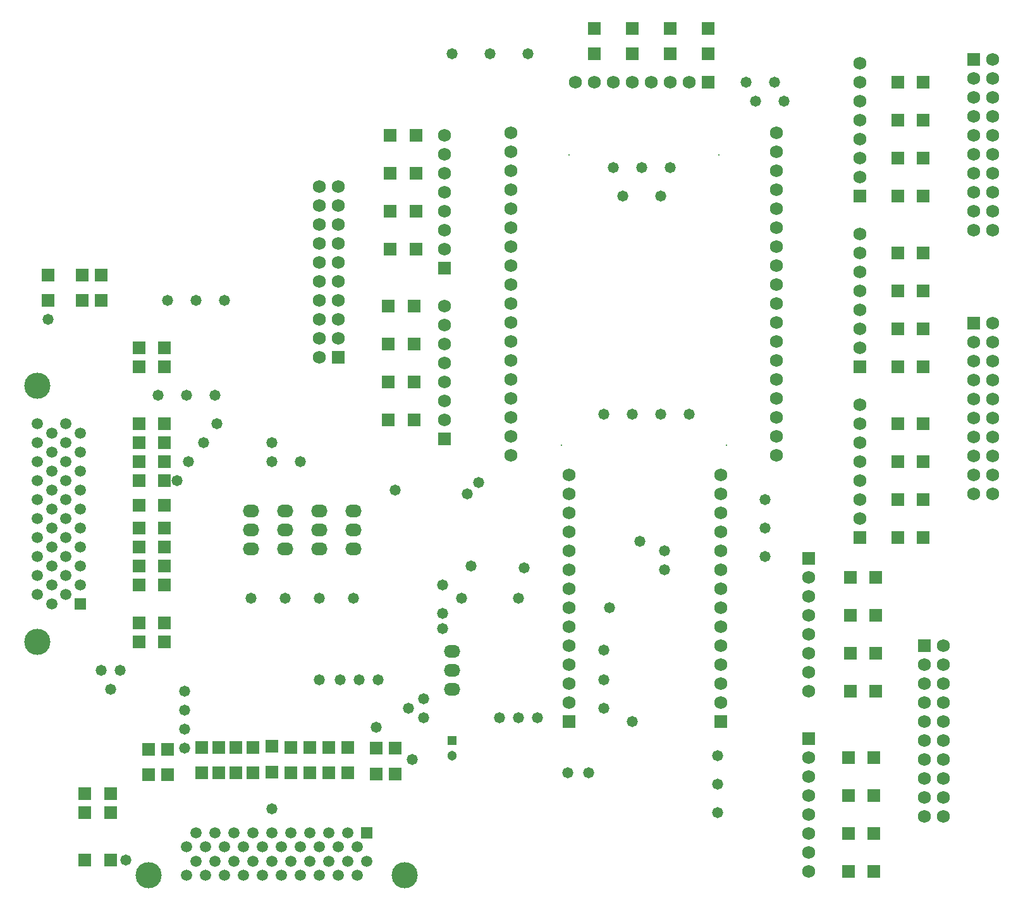
<source format=gts>
G04*
G04 #@! TF.GenerationSoftware,Altium Limited,Altium Designer,25.1.2 (22)*
G04*
G04 Layer_Color=8388736*
%FSLAX44Y44*%
%MOMM*%
G71*
G04*
G04 #@! TF.SameCoordinates,0FC80BA3-B051-4539-9073-6837C8DE60D5*
G04*
G04*
G04 #@! TF.FilePolarity,Negative*
G04*
G01*
G75*
%ADD17R,1.7272X1.7272*%
%ADD18R,1.7272X1.7272*%
%ADD19R,1.5032X1.5032*%
%ADD20C,1.5032*%
%ADD21C,3.5032*%
%ADD22R,1.5032X1.5032*%
%ADD23O,2.2032X1.7032*%
%ADD24C,1.7272*%
%ADD25C,1.7532*%
%ADD26C,0.2032*%
%ADD27R,1.7532X1.7532*%
%ADD28R,1.3032X1.3032*%
%ADD29C,1.3032*%
%ADD30C,1.4732*%
D17*
X355600Y304800D02*
D03*
X321310D02*
D03*
X355600Y393700D02*
D03*
X321310D02*
D03*
X355600Y368300D02*
D03*
X321310D02*
D03*
X393700Y965200D02*
D03*
X427990D02*
D03*
X393700Y990600D02*
D03*
X427990D02*
D03*
X393700Y596900D02*
D03*
X427990D02*
D03*
X393700Y622300D02*
D03*
X427990D02*
D03*
X393700Y889000D02*
D03*
X427990D02*
D03*
X393700Y863600D02*
D03*
X427990D02*
D03*
X393700Y838200D02*
D03*
X427990D02*
D03*
X393700Y812800D02*
D03*
X427990D02*
D03*
X393700Y749300D02*
D03*
X427990D02*
D03*
X393700Y723900D02*
D03*
X427990D02*
D03*
X393700Y698500D02*
D03*
X427990D02*
D03*
X393700Y673100D02*
D03*
X427990D02*
D03*
X393700Y779780D02*
D03*
X427990D02*
D03*
X1377950Y289560D02*
D03*
X1343660D02*
D03*
X1377950Y340360D02*
D03*
X1343660D02*
D03*
X1377950Y391160D02*
D03*
X1343660D02*
D03*
X1377950Y441960D02*
D03*
X1343660D02*
D03*
X1380490Y530860D02*
D03*
X1346200D02*
D03*
X1380490Y581660D02*
D03*
X1346200D02*
D03*
X1380490Y632460D02*
D03*
X1346200D02*
D03*
X1380490Y683260D02*
D03*
X1346200D02*
D03*
X730250Y1275080D02*
D03*
X764540D02*
D03*
X730250Y1224280D02*
D03*
X764540D02*
D03*
X730250Y1173480D02*
D03*
X764540D02*
D03*
X730250Y1122680D02*
D03*
X764540D02*
D03*
X727710Y1046480D02*
D03*
X762000D02*
D03*
X727710Y995680D02*
D03*
X762000D02*
D03*
X727710Y944880D02*
D03*
X762000D02*
D03*
X727710Y894080D02*
D03*
X762000D02*
D03*
X1409700Y1346200D02*
D03*
X1443990D02*
D03*
X1409700Y1295400D02*
D03*
X1443990D02*
D03*
X1409700Y1244600D02*
D03*
X1443990D02*
D03*
X1409700Y1193800D02*
D03*
X1443990D02*
D03*
X1409700Y1117600D02*
D03*
X1443990D02*
D03*
X1409700Y1066800D02*
D03*
X1443990D02*
D03*
X1409700Y1016000D02*
D03*
X1443990D02*
D03*
X1409700Y965200D02*
D03*
X1443990D02*
D03*
X1409700Y889000D02*
D03*
X1443990D02*
D03*
X1409700Y838200D02*
D03*
X1443990D02*
D03*
X1409700Y787400D02*
D03*
X1443990D02*
D03*
X1409700Y736600D02*
D03*
X1443990D02*
D03*
X1290320Y467360D02*
D03*
Y708660D02*
D03*
X802640Y1097280D02*
D03*
Y868680D02*
D03*
X1358900Y1193800D02*
D03*
Y965200D02*
D03*
Y736600D02*
D03*
D18*
X431800Y419100D02*
D03*
Y453390D02*
D03*
X406400Y419100D02*
D03*
Y453390D02*
D03*
X736600Y420370D02*
D03*
Y454660D02*
D03*
X711200Y420370D02*
D03*
Y454660D02*
D03*
X477520Y421640D02*
D03*
Y455930D02*
D03*
X500380Y421640D02*
D03*
Y455930D02*
D03*
X523240Y421640D02*
D03*
Y455930D02*
D03*
X546100Y421640D02*
D03*
Y455930D02*
D03*
X596900Y421640D02*
D03*
Y455930D02*
D03*
X622300Y421640D02*
D03*
Y455930D02*
D03*
X647700Y421640D02*
D03*
Y455930D02*
D03*
X673100Y421640D02*
D03*
Y455930D02*
D03*
X271780Y1054100D02*
D03*
Y1088390D02*
D03*
X342900Y1054100D02*
D03*
Y1088390D02*
D03*
X317500Y1054100D02*
D03*
Y1088390D02*
D03*
X571500Y422910D02*
D03*
Y457200D02*
D03*
X1003300Y1384300D02*
D03*
Y1418590D02*
D03*
X1054100Y1384300D02*
D03*
Y1418590D02*
D03*
X1104900Y1384300D02*
D03*
Y1418590D02*
D03*
X1155700Y1384300D02*
D03*
Y1418590D02*
D03*
X1445260Y591820D02*
D03*
X1511300Y1023620D02*
D03*
X660400Y977900D02*
D03*
X1511300Y1376680D02*
D03*
X1155700Y1346200D02*
D03*
D19*
X698500Y341630D02*
D03*
D20*
X685800Y322580D02*
D03*
X673100Y341630D02*
D03*
X660400Y322580D02*
D03*
X647700Y341630D02*
D03*
X635000Y322580D02*
D03*
X622300Y341630D02*
D03*
X609600Y322580D02*
D03*
X596900Y341630D02*
D03*
X584200Y322580D02*
D03*
X571500Y341630D02*
D03*
X558800Y322580D02*
D03*
X546100Y341630D02*
D03*
X533400Y322580D02*
D03*
X520700Y341630D02*
D03*
X508000Y322580D02*
D03*
X495300Y341630D02*
D03*
X482600Y322580D02*
D03*
X469900Y341630D02*
D03*
X457200Y322580D02*
D03*
X698500Y303530D02*
D03*
X685800Y284480D02*
D03*
X673100Y303530D02*
D03*
X660400Y284480D02*
D03*
X647700Y303530D02*
D03*
X635000Y284480D02*
D03*
X622300Y303530D02*
D03*
X609600Y284480D02*
D03*
X596900Y303530D02*
D03*
X584200Y284480D02*
D03*
X571500Y303530D02*
D03*
X558800Y284480D02*
D03*
X546100Y303530D02*
D03*
X533400Y284480D02*
D03*
X520700Y303530D02*
D03*
X508000Y284480D02*
D03*
X495300Y303530D02*
D03*
X482600Y284480D02*
D03*
X469900Y303530D02*
D03*
X457200Y284480D02*
D03*
X295910Y660400D02*
D03*
X314960Y673100D02*
D03*
X295910Y685800D02*
D03*
X314960Y698500D02*
D03*
X295910Y711200D02*
D03*
X314960Y723900D02*
D03*
X295910Y736600D02*
D03*
X314960Y749300D02*
D03*
X295910Y762000D02*
D03*
X314960Y774700D02*
D03*
X295910Y787400D02*
D03*
X314960Y800100D02*
D03*
X295910Y812800D02*
D03*
X314960Y825500D02*
D03*
X295910Y838200D02*
D03*
X314960Y850900D02*
D03*
X295910Y863600D02*
D03*
X314960Y876300D02*
D03*
X295910Y889000D02*
D03*
X276860Y647700D02*
D03*
X257810Y660400D02*
D03*
X276860Y673100D02*
D03*
X257810Y685800D02*
D03*
X276860Y698500D02*
D03*
X257810Y711200D02*
D03*
X276860Y723900D02*
D03*
X257810Y736600D02*
D03*
X276860Y749300D02*
D03*
X257810Y762000D02*
D03*
X276860Y774700D02*
D03*
X257810Y787400D02*
D03*
X276860Y800100D02*
D03*
X257810Y812800D02*
D03*
X276860Y825500D02*
D03*
X257810Y838200D02*
D03*
X276860Y850900D02*
D03*
X257810Y863600D02*
D03*
X276860Y876300D02*
D03*
X257810Y889000D02*
D03*
D21*
X749300Y284480D02*
D03*
X406400D02*
D03*
X257810Y596900D02*
D03*
Y939800D02*
D03*
D22*
X314960Y647700D02*
D03*
D23*
X812800Y584200D02*
D03*
Y533400D02*
D03*
Y558800D02*
D03*
X543560Y721360D02*
D03*
Y772160D02*
D03*
Y746760D02*
D03*
X589280Y721360D02*
D03*
Y772160D02*
D03*
Y746760D02*
D03*
X635000Y721360D02*
D03*
Y772160D02*
D03*
Y746760D02*
D03*
X680720Y721360D02*
D03*
Y772160D02*
D03*
Y746760D02*
D03*
D24*
X1445260Y566420D02*
D03*
Y541020D02*
D03*
Y515620D02*
D03*
Y490220D02*
D03*
Y363220D02*
D03*
Y388620D02*
D03*
Y414020D02*
D03*
Y439420D02*
D03*
Y464820D02*
D03*
X1470660D02*
D03*
Y439420D02*
D03*
Y414020D02*
D03*
Y388620D02*
D03*
Y363220D02*
D03*
Y490220D02*
D03*
Y515620D02*
D03*
Y541020D02*
D03*
Y566420D02*
D03*
Y591820D02*
D03*
X1511300Y998220D02*
D03*
Y972820D02*
D03*
Y947420D02*
D03*
Y922020D02*
D03*
Y795020D02*
D03*
Y820420D02*
D03*
Y845820D02*
D03*
Y871220D02*
D03*
Y896620D02*
D03*
X1536700D02*
D03*
Y871220D02*
D03*
Y845820D02*
D03*
Y820420D02*
D03*
Y795020D02*
D03*
Y922020D02*
D03*
Y947420D02*
D03*
Y972820D02*
D03*
Y998220D02*
D03*
Y1023620D02*
D03*
X660400Y1003300D02*
D03*
Y1028700D02*
D03*
Y1054100D02*
D03*
Y1079500D02*
D03*
Y1206500D02*
D03*
Y1181100D02*
D03*
Y1155700D02*
D03*
Y1130300D02*
D03*
Y1104900D02*
D03*
X635000D02*
D03*
Y1130300D02*
D03*
Y1155700D02*
D03*
Y1181100D02*
D03*
Y1206500D02*
D03*
Y1079500D02*
D03*
Y1054100D02*
D03*
Y1028700D02*
D03*
Y1003300D02*
D03*
Y977900D02*
D03*
X1511300Y1351280D02*
D03*
Y1325880D02*
D03*
Y1300480D02*
D03*
Y1275080D02*
D03*
Y1148080D02*
D03*
Y1173480D02*
D03*
Y1198880D02*
D03*
Y1224280D02*
D03*
Y1249680D02*
D03*
X1536700D02*
D03*
Y1224280D02*
D03*
Y1198880D02*
D03*
Y1173480D02*
D03*
Y1148080D02*
D03*
Y1275080D02*
D03*
Y1300480D02*
D03*
Y1325880D02*
D03*
Y1351280D02*
D03*
Y1376680D02*
D03*
X1290320Y441960D02*
D03*
Y416560D02*
D03*
Y391160D02*
D03*
Y365760D02*
D03*
Y340360D02*
D03*
Y314960D02*
D03*
Y289560D02*
D03*
Y683260D02*
D03*
Y657860D02*
D03*
Y632460D02*
D03*
Y607060D02*
D03*
Y581660D02*
D03*
Y556260D02*
D03*
Y530860D02*
D03*
X802640Y1122680D02*
D03*
Y1148080D02*
D03*
Y1173480D02*
D03*
Y1198880D02*
D03*
Y1224280D02*
D03*
Y1249680D02*
D03*
Y1275080D02*
D03*
Y894080D02*
D03*
Y919480D02*
D03*
Y944880D02*
D03*
Y970280D02*
D03*
Y995680D02*
D03*
Y1021080D02*
D03*
Y1046480D02*
D03*
X1130300Y1346200D02*
D03*
X1104900D02*
D03*
X1079500D02*
D03*
X1054100D02*
D03*
X1028700D02*
D03*
X1003300D02*
D03*
X977900D02*
D03*
X1358900Y1219200D02*
D03*
Y1244600D02*
D03*
Y1270000D02*
D03*
Y1295400D02*
D03*
Y1320800D02*
D03*
Y1346200D02*
D03*
Y1371600D02*
D03*
Y990600D02*
D03*
Y1016000D02*
D03*
Y1041400D02*
D03*
Y1066800D02*
D03*
Y1092200D02*
D03*
Y1117600D02*
D03*
Y1143000D02*
D03*
Y762000D02*
D03*
Y787400D02*
D03*
Y812800D02*
D03*
Y838200D02*
D03*
Y863600D02*
D03*
Y889000D02*
D03*
Y914400D02*
D03*
D25*
X1247410Y999000D02*
D03*
Y973600D02*
D03*
Y948200D02*
D03*
Y922800D02*
D03*
Y897400D02*
D03*
Y872000D02*
D03*
Y846600D02*
D03*
Y1278400D02*
D03*
Y1253000D02*
D03*
Y1227600D02*
D03*
Y1202200D02*
D03*
Y1176800D02*
D03*
Y1151400D02*
D03*
Y1126000D02*
D03*
Y1100600D02*
D03*
Y1075200D02*
D03*
Y1049800D02*
D03*
Y1024400D02*
D03*
X891810Y846600D02*
D03*
Y872000D02*
D03*
Y897400D02*
D03*
Y922800D02*
D03*
Y948200D02*
D03*
Y973600D02*
D03*
Y999000D02*
D03*
Y1024400D02*
D03*
Y1049800D02*
D03*
Y1075200D02*
D03*
Y1100600D02*
D03*
Y1126000D02*
D03*
Y1151400D02*
D03*
Y1176800D02*
D03*
Y1202200D02*
D03*
Y1227600D02*
D03*
Y1253000D02*
D03*
Y1278400D02*
D03*
X1172480Y718780D02*
D03*
Y515580D02*
D03*
Y540980D02*
D03*
Y566380D02*
D03*
Y591780D02*
D03*
Y617180D02*
D03*
Y642580D02*
D03*
Y667980D02*
D03*
Y693380D02*
D03*
Y744180D02*
D03*
Y769580D02*
D03*
Y794980D02*
D03*
Y820380D02*
D03*
X969280Y642580D02*
D03*
Y667980D02*
D03*
Y693380D02*
D03*
Y718780D02*
D03*
Y617180D02*
D03*
Y515580D02*
D03*
Y540980D02*
D03*
Y566380D02*
D03*
Y591780D02*
D03*
Y744180D02*
D03*
Y769580D02*
D03*
Y794980D02*
D03*
Y820380D02*
D03*
D26*
X959120Y860570D02*
D03*
X1180100D02*
D03*
X969280Y1249190D02*
D03*
X1169940D02*
D03*
D27*
X1172480Y490180D02*
D03*
X969280D02*
D03*
D28*
X812800Y464500D02*
D03*
D29*
Y444500D02*
D03*
D30*
X736600Y800100D02*
D03*
X609600Y838200D02*
D03*
X571500D02*
D03*
Y863600D02*
D03*
X1016000Y508000D02*
D03*
Y546100D02*
D03*
Y585764D02*
D03*
X1064874Y731745D02*
D03*
X1231900Y711200D02*
D03*
Y749300D02*
D03*
Y787400D02*
D03*
X1130300Y901700D02*
D03*
X1092200D02*
D03*
X1054100D02*
D03*
X1016000D02*
D03*
X812800Y1384300D02*
D03*
X863600D02*
D03*
X914400D02*
D03*
X1257300Y1320800D02*
D03*
X1219200D02*
D03*
X1244600Y1346200D02*
D03*
X1206500D02*
D03*
X1092200Y1193800D02*
D03*
X1041400D02*
D03*
X1104900Y1231900D02*
D03*
X1066800D02*
D03*
X1028700D02*
D03*
X1168400Y368300D02*
D03*
Y406400D02*
D03*
Y444500D02*
D03*
X927100Y495300D02*
D03*
X901700D02*
D03*
X876300D02*
D03*
X754380Y508000D02*
D03*
X774700Y495300D02*
D03*
Y520700D02*
D03*
X355600Y533400D02*
D03*
X368300Y558800D02*
D03*
X342900D02*
D03*
X495300Y927100D02*
D03*
X457200D02*
D03*
X419100D02*
D03*
X508000Y1054100D02*
D03*
X469900D02*
D03*
X431800D02*
D03*
X1023620Y642620D02*
D03*
X825500Y655320D02*
D03*
X800100Y673100D02*
D03*
X838200Y698500D02*
D03*
X901700Y655320D02*
D03*
X848360Y810260D02*
D03*
X833120Y795020D02*
D03*
X444500Y812800D02*
D03*
X497840Y889000D02*
D03*
X480060Y863600D02*
D03*
X459740Y838200D02*
D03*
X454660Y530860D02*
D03*
Y505460D02*
D03*
X909320Y695960D02*
D03*
X1054140Y490180D02*
D03*
X967740Y421640D02*
D03*
X995680D02*
D03*
X571500Y373380D02*
D03*
X1097280Y718820D02*
D03*
Y693420D02*
D03*
X800100Y614680D02*
D03*
Y635000D02*
D03*
X454660Y480060D02*
D03*
Y454660D02*
D03*
X711200Y482600D02*
D03*
X759460Y439420D02*
D03*
X713740Y546100D02*
D03*
X688340D02*
D03*
X662940D02*
D03*
X635000D02*
D03*
X680720Y655320D02*
D03*
X635000D02*
D03*
X589280D02*
D03*
X543560D02*
D03*
X375920Y304800D02*
D03*
X271780Y1028700D02*
D03*
M02*

</source>
